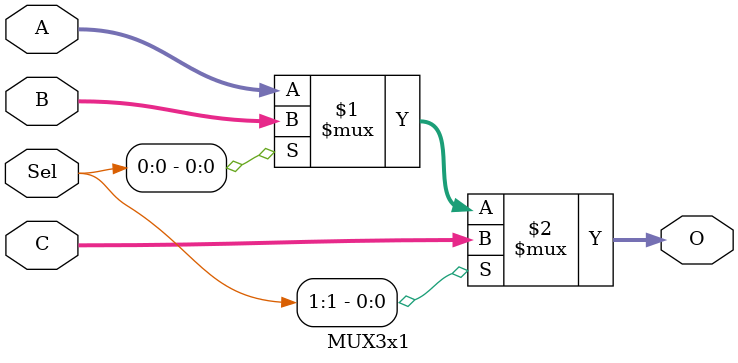
<source format=v>
module MUX3x1(input [1:0] Sel, input [31:0] A, B, C, output [31:0] O);

    assign O = (Sel[1])? C:(Sel[0]? B:A);

endmodule


</source>
